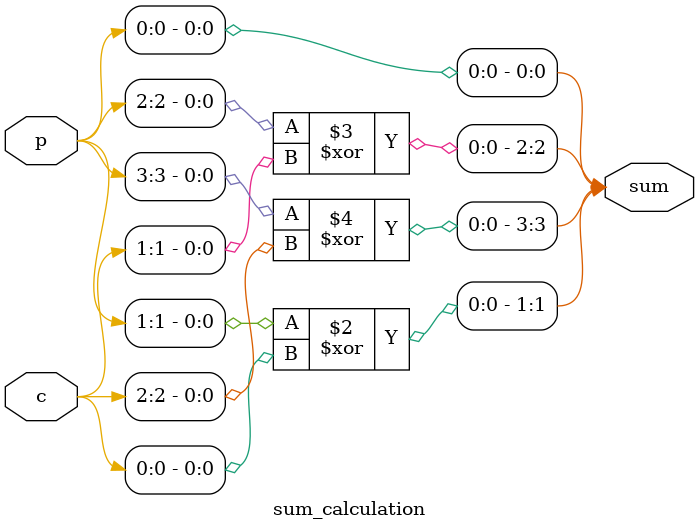
<source format=v>
module dadda_adder (
    input  [3:0] a, b,
    output [3:0] sum
);
    wire [3:0] g, p;
    wire [3:0] c;

    // Instance of generate_propagate module
    generate_propagate gp_inst (
        .a(a),
        .b(b),
        .g(g),
        .p(p)
    );

    // Instance of carry_lookahead module  
    carry_lookahead cl_inst (
        .g(g),
        .p(p),
        .c(c)
    );

    // Instance of sum_calculation module
    sum_calculation sc_inst (
        .p(p),
        .c(c),
        .sum(sum)
    );

endmodule

// Generate and propagate signals module
module generate_propagate (
    input  [3:0] a, b,
    output [3:0] g, p
);
    assign g = a & b;
    assign p = a ^ b;
endmodule

// Carry lookahead logic module
module carry_lookahead (
    input  [3:0] g, p,
    output [3:0] c
);
    assign c[0] = g[0] | (p[0] & 1'b0);
    assign c[1] = g[1] | (p[1] & g[0]) | (p[1] & p[0] & 1'b0);
    assign c[2] = g[2] | (p[2] & g[1]) | (p[2] & p[1] & g[0]) | (p[2] & p[1] & p[0] & 1'b0);
    assign c[3] = g[3] | (p[3] & g[2]) | (p[3] & p[2] & g[1]) | (p[3] & p[2] & p[1] & g[0]) | (p[3] & p[2] & p[1] & p[0] & 1'b0);
endmodule

// Sum calculation module
module sum_calculation (
    input  [3:0] p, c,
    output [3:0] sum
);
    assign sum[0] = p[0] ^ 1'b0;
    assign sum[1] = p[1] ^ c[0];
    assign sum[2] = p[2] ^ c[1];
    assign sum[3] = p[3] ^ c[2];
endmodule
</source>
